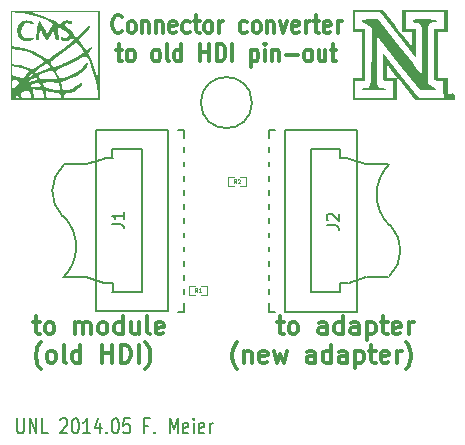
<source format=gto>
G04 (created by PCBNEW (2013-jul-07)-stable) date Wed 07 May 2014 03:49:36 PM CDT*
%MOIN*%
G04 Gerber Fmt 3.4, Leading zero omitted, Abs format*
%FSLAX34Y34*%
G01*
G70*
G90*
G04 APERTURE LIST*
%ADD10C,0.00590551*%
%ADD11C,0.006*%
%ADD12C,0.011811*%
%ADD13C,0.0028*%
%ADD14C,0.0001*%
G04 APERTURE END LIST*
G54D10*
G54D11*
X26880Y-51474D02*
X26880Y-51878D01*
X26899Y-51926D01*
X26918Y-51950D01*
X26956Y-51974D01*
X27032Y-51974D01*
X27070Y-51950D01*
X27089Y-51926D01*
X27108Y-51878D01*
X27108Y-51474D01*
X27299Y-51974D02*
X27299Y-51474D01*
X27527Y-51974D01*
X27527Y-51474D01*
X27908Y-51974D02*
X27718Y-51974D01*
X27718Y-51474D01*
X28327Y-51521D02*
X28346Y-51497D01*
X28384Y-51474D01*
X28480Y-51474D01*
X28518Y-51497D01*
X28537Y-51521D01*
X28556Y-51569D01*
X28556Y-51616D01*
X28537Y-51688D01*
X28308Y-51974D01*
X28556Y-51974D01*
X28803Y-51474D02*
X28841Y-51474D01*
X28880Y-51497D01*
X28899Y-51521D01*
X28918Y-51569D01*
X28937Y-51664D01*
X28937Y-51783D01*
X28918Y-51878D01*
X28899Y-51926D01*
X28880Y-51950D01*
X28841Y-51974D01*
X28803Y-51974D01*
X28765Y-51950D01*
X28746Y-51926D01*
X28727Y-51878D01*
X28708Y-51783D01*
X28708Y-51664D01*
X28727Y-51569D01*
X28746Y-51521D01*
X28765Y-51497D01*
X28803Y-51474D01*
X29318Y-51974D02*
X29089Y-51974D01*
X29203Y-51974D02*
X29203Y-51474D01*
X29165Y-51545D01*
X29127Y-51593D01*
X29089Y-51616D01*
X29660Y-51640D02*
X29660Y-51974D01*
X29565Y-51450D02*
X29470Y-51807D01*
X29718Y-51807D01*
X29870Y-51926D02*
X29889Y-51950D01*
X29870Y-51974D01*
X29851Y-51950D01*
X29870Y-51926D01*
X29870Y-51974D01*
X30137Y-51474D02*
X30175Y-51474D01*
X30213Y-51497D01*
X30232Y-51521D01*
X30251Y-51569D01*
X30270Y-51664D01*
X30270Y-51783D01*
X30251Y-51878D01*
X30232Y-51926D01*
X30213Y-51950D01*
X30175Y-51974D01*
X30137Y-51974D01*
X30099Y-51950D01*
X30080Y-51926D01*
X30060Y-51878D01*
X30041Y-51783D01*
X30041Y-51664D01*
X30060Y-51569D01*
X30080Y-51521D01*
X30099Y-51497D01*
X30137Y-51474D01*
X30632Y-51474D02*
X30441Y-51474D01*
X30422Y-51712D01*
X30441Y-51688D01*
X30480Y-51664D01*
X30575Y-51664D01*
X30613Y-51688D01*
X30632Y-51712D01*
X30651Y-51759D01*
X30651Y-51878D01*
X30632Y-51926D01*
X30613Y-51950D01*
X30575Y-51974D01*
X30480Y-51974D01*
X30441Y-51950D01*
X30422Y-51926D01*
X31260Y-51712D02*
X31127Y-51712D01*
X31127Y-51974D02*
X31127Y-51474D01*
X31318Y-51474D01*
X31470Y-51926D02*
X31489Y-51950D01*
X31470Y-51974D01*
X31451Y-51950D01*
X31470Y-51926D01*
X31470Y-51974D01*
X31965Y-51974D02*
X31965Y-51474D01*
X32099Y-51831D01*
X32232Y-51474D01*
X32232Y-51974D01*
X32575Y-51950D02*
X32537Y-51974D01*
X32460Y-51974D01*
X32422Y-51950D01*
X32403Y-51902D01*
X32403Y-51712D01*
X32422Y-51664D01*
X32460Y-51640D01*
X32537Y-51640D01*
X32575Y-51664D01*
X32594Y-51712D01*
X32594Y-51759D01*
X32403Y-51807D01*
X32765Y-51974D02*
X32765Y-51640D01*
X32765Y-51474D02*
X32746Y-51497D01*
X32765Y-51521D01*
X32784Y-51497D01*
X32765Y-51474D01*
X32765Y-51521D01*
X33108Y-51950D02*
X33070Y-51974D01*
X32994Y-51974D01*
X32956Y-51950D01*
X32937Y-51902D01*
X32937Y-51712D01*
X32956Y-51664D01*
X32994Y-51640D01*
X33070Y-51640D01*
X33108Y-51664D01*
X33127Y-51712D01*
X33127Y-51759D01*
X32937Y-51807D01*
X33299Y-51974D02*
X33299Y-51640D01*
X33299Y-51735D02*
X33318Y-51688D01*
X33337Y-51664D01*
X33375Y-51640D01*
X33413Y-51640D01*
G54D12*
X35545Y-48270D02*
X35770Y-48270D01*
X35629Y-48073D02*
X35629Y-48579D01*
X35658Y-48636D01*
X35714Y-48664D01*
X35770Y-48664D01*
X36051Y-48664D02*
X35995Y-48636D01*
X35967Y-48607D01*
X35939Y-48551D01*
X35939Y-48383D01*
X35967Y-48326D01*
X35995Y-48298D01*
X36051Y-48270D01*
X36136Y-48270D01*
X36192Y-48298D01*
X36220Y-48326D01*
X36248Y-48383D01*
X36248Y-48551D01*
X36220Y-48607D01*
X36192Y-48636D01*
X36136Y-48664D01*
X36051Y-48664D01*
X37204Y-48664D02*
X37204Y-48354D01*
X37176Y-48298D01*
X37120Y-48270D01*
X37007Y-48270D01*
X36951Y-48298D01*
X37204Y-48636D02*
X37148Y-48664D01*
X37007Y-48664D01*
X36951Y-48636D01*
X36923Y-48579D01*
X36923Y-48523D01*
X36951Y-48467D01*
X37007Y-48439D01*
X37148Y-48439D01*
X37204Y-48411D01*
X37739Y-48664D02*
X37739Y-48073D01*
X37739Y-48636D02*
X37682Y-48664D01*
X37570Y-48664D01*
X37514Y-48636D01*
X37485Y-48607D01*
X37457Y-48551D01*
X37457Y-48383D01*
X37485Y-48326D01*
X37514Y-48298D01*
X37570Y-48270D01*
X37682Y-48270D01*
X37739Y-48298D01*
X38273Y-48664D02*
X38273Y-48354D01*
X38245Y-48298D01*
X38188Y-48270D01*
X38076Y-48270D01*
X38020Y-48298D01*
X38273Y-48636D02*
X38217Y-48664D01*
X38076Y-48664D01*
X38020Y-48636D01*
X37992Y-48579D01*
X37992Y-48523D01*
X38020Y-48467D01*
X38076Y-48439D01*
X38217Y-48439D01*
X38273Y-48411D01*
X38554Y-48270D02*
X38554Y-48861D01*
X38554Y-48298D02*
X38610Y-48270D01*
X38723Y-48270D01*
X38779Y-48298D01*
X38807Y-48326D01*
X38835Y-48383D01*
X38835Y-48551D01*
X38807Y-48607D01*
X38779Y-48636D01*
X38723Y-48664D01*
X38610Y-48664D01*
X38554Y-48636D01*
X39004Y-48270D02*
X39229Y-48270D01*
X39088Y-48073D02*
X39088Y-48579D01*
X39116Y-48636D01*
X39173Y-48664D01*
X39229Y-48664D01*
X39651Y-48636D02*
X39595Y-48664D01*
X39482Y-48664D01*
X39426Y-48636D01*
X39398Y-48579D01*
X39398Y-48354D01*
X39426Y-48298D01*
X39482Y-48270D01*
X39595Y-48270D01*
X39651Y-48298D01*
X39679Y-48354D01*
X39679Y-48411D01*
X39398Y-48467D01*
X39932Y-48664D02*
X39932Y-48270D01*
X39932Y-48383D02*
X39960Y-48326D01*
X39988Y-48298D01*
X40044Y-48270D01*
X40101Y-48270D01*
X34223Y-49834D02*
X34195Y-49805D01*
X34139Y-49721D01*
X34111Y-49665D01*
X34083Y-49580D01*
X34055Y-49440D01*
X34055Y-49327D01*
X34083Y-49187D01*
X34111Y-49102D01*
X34139Y-49046D01*
X34195Y-48962D01*
X34223Y-48934D01*
X34448Y-49215D02*
X34448Y-49609D01*
X34448Y-49271D02*
X34476Y-49243D01*
X34533Y-49215D01*
X34617Y-49215D01*
X34673Y-49243D01*
X34701Y-49299D01*
X34701Y-49609D01*
X35208Y-49580D02*
X35151Y-49609D01*
X35039Y-49609D01*
X34983Y-49580D01*
X34955Y-49524D01*
X34955Y-49299D01*
X34983Y-49243D01*
X35039Y-49215D01*
X35151Y-49215D01*
X35208Y-49243D01*
X35236Y-49299D01*
X35236Y-49356D01*
X34955Y-49412D01*
X35433Y-49215D02*
X35545Y-49609D01*
X35658Y-49327D01*
X35770Y-49609D01*
X35883Y-49215D01*
X36811Y-49609D02*
X36811Y-49299D01*
X36782Y-49243D01*
X36726Y-49215D01*
X36614Y-49215D01*
X36557Y-49243D01*
X36811Y-49580D02*
X36754Y-49609D01*
X36614Y-49609D01*
X36557Y-49580D01*
X36529Y-49524D01*
X36529Y-49468D01*
X36557Y-49412D01*
X36614Y-49384D01*
X36754Y-49384D01*
X36811Y-49356D01*
X37345Y-49609D02*
X37345Y-49018D01*
X37345Y-49580D02*
X37289Y-49609D01*
X37176Y-49609D01*
X37120Y-49580D01*
X37092Y-49552D01*
X37064Y-49496D01*
X37064Y-49327D01*
X37092Y-49271D01*
X37120Y-49243D01*
X37176Y-49215D01*
X37289Y-49215D01*
X37345Y-49243D01*
X37879Y-49609D02*
X37879Y-49299D01*
X37851Y-49243D01*
X37795Y-49215D01*
X37682Y-49215D01*
X37626Y-49243D01*
X37879Y-49580D02*
X37823Y-49609D01*
X37682Y-49609D01*
X37626Y-49580D01*
X37598Y-49524D01*
X37598Y-49468D01*
X37626Y-49412D01*
X37682Y-49384D01*
X37823Y-49384D01*
X37879Y-49356D01*
X38160Y-49215D02*
X38160Y-49805D01*
X38160Y-49243D02*
X38217Y-49215D01*
X38329Y-49215D01*
X38385Y-49243D01*
X38413Y-49271D01*
X38442Y-49327D01*
X38442Y-49496D01*
X38413Y-49552D01*
X38385Y-49580D01*
X38329Y-49609D01*
X38217Y-49609D01*
X38160Y-49580D01*
X38610Y-49215D02*
X38835Y-49215D01*
X38695Y-49018D02*
X38695Y-49524D01*
X38723Y-49580D01*
X38779Y-49609D01*
X38835Y-49609D01*
X39257Y-49580D02*
X39201Y-49609D01*
X39088Y-49609D01*
X39032Y-49580D01*
X39004Y-49524D01*
X39004Y-49299D01*
X39032Y-49243D01*
X39088Y-49215D01*
X39201Y-49215D01*
X39257Y-49243D01*
X39285Y-49299D01*
X39285Y-49356D01*
X39004Y-49412D01*
X39538Y-49609D02*
X39538Y-49215D01*
X39538Y-49327D02*
X39566Y-49271D01*
X39595Y-49243D01*
X39651Y-49215D01*
X39707Y-49215D01*
X39848Y-49834D02*
X39876Y-49805D01*
X39932Y-49721D01*
X39960Y-49665D01*
X39988Y-49580D01*
X40016Y-49440D01*
X40016Y-49327D01*
X39988Y-49187D01*
X39960Y-49102D01*
X39932Y-49046D01*
X39876Y-48962D01*
X39848Y-48934D01*
X27418Y-48270D02*
X27643Y-48270D01*
X27502Y-48073D02*
X27502Y-48579D01*
X27530Y-48636D01*
X27587Y-48664D01*
X27643Y-48664D01*
X27924Y-48664D02*
X27868Y-48636D01*
X27840Y-48607D01*
X27812Y-48551D01*
X27812Y-48383D01*
X27840Y-48326D01*
X27868Y-48298D01*
X27924Y-48270D01*
X28008Y-48270D01*
X28065Y-48298D01*
X28093Y-48326D01*
X28121Y-48383D01*
X28121Y-48551D01*
X28093Y-48607D01*
X28065Y-48636D01*
X28008Y-48664D01*
X27924Y-48664D01*
X28824Y-48664D02*
X28824Y-48270D01*
X28824Y-48326D02*
X28852Y-48298D01*
X28908Y-48270D01*
X28993Y-48270D01*
X29049Y-48298D01*
X29077Y-48354D01*
X29077Y-48664D01*
X29077Y-48354D02*
X29105Y-48298D01*
X29161Y-48270D01*
X29246Y-48270D01*
X29302Y-48298D01*
X29330Y-48354D01*
X29330Y-48664D01*
X29696Y-48664D02*
X29640Y-48636D01*
X29611Y-48607D01*
X29583Y-48551D01*
X29583Y-48383D01*
X29611Y-48326D01*
X29640Y-48298D01*
X29696Y-48270D01*
X29780Y-48270D01*
X29836Y-48298D01*
X29865Y-48326D01*
X29893Y-48383D01*
X29893Y-48551D01*
X29865Y-48607D01*
X29836Y-48636D01*
X29780Y-48664D01*
X29696Y-48664D01*
X30399Y-48664D02*
X30399Y-48073D01*
X30399Y-48636D02*
X30343Y-48664D01*
X30230Y-48664D01*
X30174Y-48636D01*
X30146Y-48607D01*
X30118Y-48551D01*
X30118Y-48383D01*
X30146Y-48326D01*
X30174Y-48298D01*
X30230Y-48270D01*
X30343Y-48270D01*
X30399Y-48298D01*
X30933Y-48270D02*
X30933Y-48664D01*
X30680Y-48270D02*
X30680Y-48579D01*
X30708Y-48636D01*
X30764Y-48664D01*
X30849Y-48664D01*
X30905Y-48636D01*
X30933Y-48607D01*
X31299Y-48664D02*
X31242Y-48636D01*
X31214Y-48579D01*
X31214Y-48073D01*
X31749Y-48636D02*
X31692Y-48664D01*
X31580Y-48664D01*
X31524Y-48636D01*
X31496Y-48579D01*
X31496Y-48354D01*
X31524Y-48298D01*
X31580Y-48270D01*
X31692Y-48270D01*
X31749Y-48298D01*
X31777Y-48354D01*
X31777Y-48411D01*
X31496Y-48467D01*
X27671Y-49834D02*
X27643Y-49805D01*
X27587Y-49721D01*
X27559Y-49665D01*
X27530Y-49580D01*
X27502Y-49440D01*
X27502Y-49327D01*
X27530Y-49187D01*
X27559Y-49102D01*
X27587Y-49046D01*
X27643Y-48962D01*
X27671Y-48934D01*
X27980Y-49609D02*
X27924Y-49580D01*
X27896Y-49552D01*
X27868Y-49496D01*
X27868Y-49327D01*
X27896Y-49271D01*
X27924Y-49243D01*
X27980Y-49215D01*
X28065Y-49215D01*
X28121Y-49243D01*
X28149Y-49271D01*
X28177Y-49327D01*
X28177Y-49496D01*
X28149Y-49552D01*
X28121Y-49580D01*
X28065Y-49609D01*
X27980Y-49609D01*
X28515Y-49609D02*
X28458Y-49580D01*
X28430Y-49524D01*
X28430Y-49018D01*
X28993Y-49609D02*
X28993Y-49018D01*
X28993Y-49580D02*
X28937Y-49609D01*
X28824Y-49609D01*
X28768Y-49580D01*
X28740Y-49552D01*
X28712Y-49496D01*
X28712Y-49327D01*
X28740Y-49271D01*
X28768Y-49243D01*
X28824Y-49215D01*
X28937Y-49215D01*
X28993Y-49243D01*
X29724Y-49609D02*
X29724Y-49018D01*
X29724Y-49299D02*
X30061Y-49299D01*
X30061Y-49609D02*
X30061Y-49018D01*
X30343Y-49609D02*
X30343Y-49018D01*
X30483Y-49018D01*
X30568Y-49046D01*
X30624Y-49102D01*
X30652Y-49159D01*
X30680Y-49271D01*
X30680Y-49356D01*
X30652Y-49468D01*
X30624Y-49524D01*
X30568Y-49580D01*
X30483Y-49609D01*
X30343Y-49609D01*
X30933Y-49609D02*
X30933Y-49018D01*
X31158Y-49834D02*
X31186Y-49805D01*
X31242Y-49721D01*
X31271Y-49665D01*
X31299Y-49580D01*
X31327Y-49440D01*
X31327Y-49327D01*
X31299Y-49187D01*
X31271Y-49102D01*
X31242Y-49046D01*
X31186Y-48962D01*
X31158Y-48934D01*
X30373Y-38568D02*
X30348Y-38596D01*
X30275Y-38624D01*
X30226Y-38624D01*
X30153Y-38596D01*
X30104Y-38540D01*
X30080Y-38484D01*
X30056Y-38371D01*
X30056Y-38287D01*
X30080Y-38174D01*
X30104Y-38118D01*
X30153Y-38062D01*
X30226Y-38034D01*
X30275Y-38034D01*
X30348Y-38062D01*
X30373Y-38090D01*
X30665Y-38624D02*
X30616Y-38596D01*
X30592Y-38568D01*
X30568Y-38512D01*
X30568Y-38343D01*
X30592Y-38287D01*
X30616Y-38259D01*
X30665Y-38231D01*
X30738Y-38231D01*
X30787Y-38259D01*
X30811Y-38287D01*
X30836Y-38343D01*
X30836Y-38512D01*
X30811Y-38568D01*
X30787Y-38596D01*
X30738Y-38624D01*
X30665Y-38624D01*
X31055Y-38231D02*
X31055Y-38624D01*
X31055Y-38287D02*
X31079Y-38259D01*
X31128Y-38231D01*
X31201Y-38231D01*
X31250Y-38259D01*
X31274Y-38315D01*
X31274Y-38624D01*
X31518Y-38231D02*
X31518Y-38624D01*
X31518Y-38287D02*
X31542Y-38259D01*
X31591Y-38231D01*
X31664Y-38231D01*
X31713Y-38259D01*
X31737Y-38315D01*
X31737Y-38624D01*
X32176Y-38596D02*
X32127Y-38624D01*
X32030Y-38624D01*
X31981Y-38596D01*
X31957Y-38540D01*
X31957Y-38315D01*
X31981Y-38259D01*
X32030Y-38231D01*
X32127Y-38231D01*
X32176Y-38259D01*
X32200Y-38315D01*
X32200Y-38371D01*
X31957Y-38428D01*
X32639Y-38596D02*
X32590Y-38624D01*
X32493Y-38624D01*
X32444Y-38596D01*
X32420Y-38568D01*
X32395Y-38512D01*
X32395Y-38343D01*
X32420Y-38287D01*
X32444Y-38259D01*
X32493Y-38231D01*
X32590Y-38231D01*
X32639Y-38259D01*
X32785Y-38231D02*
X32980Y-38231D01*
X32859Y-38034D02*
X32859Y-38540D01*
X32883Y-38596D01*
X32932Y-38624D01*
X32980Y-38624D01*
X33224Y-38624D02*
X33175Y-38596D01*
X33151Y-38568D01*
X33127Y-38512D01*
X33127Y-38343D01*
X33151Y-38287D01*
X33175Y-38259D01*
X33224Y-38231D01*
X33297Y-38231D01*
X33346Y-38259D01*
X33370Y-38287D01*
X33395Y-38343D01*
X33395Y-38512D01*
X33370Y-38568D01*
X33346Y-38596D01*
X33297Y-38624D01*
X33224Y-38624D01*
X33614Y-38624D02*
X33614Y-38231D01*
X33614Y-38343D02*
X33638Y-38287D01*
X33663Y-38259D01*
X33712Y-38231D01*
X33760Y-38231D01*
X34540Y-38596D02*
X34491Y-38624D01*
X34394Y-38624D01*
X34345Y-38596D01*
X34321Y-38568D01*
X34296Y-38512D01*
X34296Y-38343D01*
X34321Y-38287D01*
X34345Y-38259D01*
X34394Y-38231D01*
X34491Y-38231D01*
X34540Y-38259D01*
X34833Y-38624D02*
X34784Y-38596D01*
X34760Y-38568D01*
X34735Y-38512D01*
X34735Y-38343D01*
X34760Y-38287D01*
X34784Y-38259D01*
X34833Y-38231D01*
X34906Y-38231D01*
X34955Y-38259D01*
X34979Y-38287D01*
X35003Y-38343D01*
X35003Y-38512D01*
X34979Y-38568D01*
X34955Y-38596D01*
X34906Y-38624D01*
X34833Y-38624D01*
X35223Y-38231D02*
X35223Y-38624D01*
X35223Y-38287D02*
X35247Y-38259D01*
X35296Y-38231D01*
X35369Y-38231D01*
X35418Y-38259D01*
X35442Y-38315D01*
X35442Y-38624D01*
X35637Y-38231D02*
X35759Y-38624D01*
X35881Y-38231D01*
X36271Y-38596D02*
X36222Y-38624D01*
X36124Y-38624D01*
X36076Y-38596D01*
X36051Y-38540D01*
X36051Y-38315D01*
X36076Y-38259D01*
X36124Y-38231D01*
X36222Y-38231D01*
X36271Y-38259D01*
X36295Y-38315D01*
X36295Y-38371D01*
X36051Y-38428D01*
X36514Y-38624D02*
X36514Y-38231D01*
X36514Y-38343D02*
X36539Y-38287D01*
X36563Y-38259D01*
X36612Y-38231D01*
X36661Y-38231D01*
X36758Y-38231D02*
X36953Y-38231D01*
X36831Y-38034D02*
X36831Y-38540D01*
X36856Y-38596D01*
X36904Y-38624D01*
X36953Y-38624D01*
X37319Y-38596D02*
X37270Y-38624D01*
X37172Y-38624D01*
X37124Y-38596D01*
X37099Y-38540D01*
X37099Y-38315D01*
X37124Y-38259D01*
X37172Y-38231D01*
X37270Y-38231D01*
X37319Y-38259D01*
X37343Y-38315D01*
X37343Y-38371D01*
X37099Y-38428D01*
X37562Y-38624D02*
X37562Y-38231D01*
X37562Y-38343D02*
X37587Y-38287D01*
X37611Y-38259D01*
X37660Y-38231D01*
X37709Y-38231D01*
X30190Y-39176D02*
X30385Y-39176D01*
X30263Y-38979D02*
X30263Y-39485D01*
X30287Y-39541D01*
X30336Y-39569D01*
X30385Y-39569D01*
X30628Y-39569D02*
X30580Y-39541D01*
X30555Y-39513D01*
X30531Y-39457D01*
X30531Y-39288D01*
X30555Y-39232D01*
X30580Y-39204D01*
X30628Y-39176D01*
X30702Y-39176D01*
X30750Y-39204D01*
X30775Y-39232D01*
X30799Y-39288D01*
X30799Y-39457D01*
X30775Y-39513D01*
X30750Y-39541D01*
X30702Y-39569D01*
X30628Y-39569D01*
X31482Y-39569D02*
X31433Y-39541D01*
X31408Y-39513D01*
X31384Y-39457D01*
X31384Y-39288D01*
X31408Y-39232D01*
X31433Y-39204D01*
X31482Y-39176D01*
X31555Y-39176D01*
X31603Y-39204D01*
X31628Y-39232D01*
X31652Y-39288D01*
X31652Y-39457D01*
X31628Y-39513D01*
X31603Y-39541D01*
X31555Y-39569D01*
X31482Y-39569D01*
X31945Y-39569D02*
X31896Y-39541D01*
X31871Y-39485D01*
X31871Y-38979D01*
X32359Y-39569D02*
X32359Y-38979D01*
X32359Y-39541D02*
X32310Y-39569D01*
X32213Y-39569D01*
X32164Y-39541D01*
X32140Y-39513D01*
X32115Y-39457D01*
X32115Y-39288D01*
X32140Y-39232D01*
X32164Y-39204D01*
X32213Y-39176D01*
X32310Y-39176D01*
X32359Y-39204D01*
X32993Y-39569D02*
X32993Y-38979D01*
X32993Y-39260D02*
X33285Y-39260D01*
X33285Y-39569D02*
X33285Y-38979D01*
X33529Y-39569D02*
X33529Y-38979D01*
X33651Y-38979D01*
X33724Y-39007D01*
X33772Y-39063D01*
X33797Y-39119D01*
X33821Y-39232D01*
X33821Y-39316D01*
X33797Y-39429D01*
X33772Y-39485D01*
X33724Y-39541D01*
X33651Y-39569D01*
X33529Y-39569D01*
X34041Y-39569D02*
X34041Y-38979D01*
X34674Y-39176D02*
X34674Y-39766D01*
X34674Y-39204D02*
X34723Y-39176D01*
X34820Y-39176D01*
X34869Y-39204D01*
X34894Y-39232D01*
X34918Y-39288D01*
X34918Y-39457D01*
X34894Y-39513D01*
X34869Y-39541D01*
X34820Y-39569D01*
X34723Y-39569D01*
X34674Y-39541D01*
X35137Y-39569D02*
X35137Y-39176D01*
X35137Y-38979D02*
X35113Y-39007D01*
X35137Y-39035D01*
X35162Y-39007D01*
X35137Y-38979D01*
X35137Y-39035D01*
X35381Y-39176D02*
X35381Y-39569D01*
X35381Y-39232D02*
X35405Y-39204D01*
X35454Y-39176D01*
X35527Y-39176D01*
X35576Y-39204D01*
X35600Y-39260D01*
X35600Y-39569D01*
X35844Y-39344D02*
X36234Y-39344D01*
X36551Y-39569D02*
X36502Y-39541D01*
X36478Y-39513D01*
X36453Y-39457D01*
X36453Y-39288D01*
X36478Y-39232D01*
X36502Y-39204D01*
X36551Y-39176D01*
X36624Y-39176D01*
X36673Y-39204D01*
X36697Y-39232D01*
X36721Y-39288D01*
X36721Y-39457D01*
X36697Y-39513D01*
X36673Y-39541D01*
X36624Y-39569D01*
X36551Y-39569D01*
X37160Y-39176D02*
X37160Y-39569D01*
X36941Y-39176D02*
X36941Y-39485D01*
X36965Y-39541D01*
X37014Y-39569D01*
X37087Y-39569D01*
X37136Y-39541D01*
X37160Y-39513D01*
X37331Y-39176D02*
X37526Y-39176D01*
X37404Y-38979D02*
X37404Y-39485D01*
X37428Y-39541D01*
X37477Y-39569D01*
X37526Y-39569D01*
G54D13*
X33013Y-47354D02*
X33213Y-47354D01*
X33213Y-47354D02*
X33213Y-47054D01*
X33213Y-47054D02*
X33013Y-47054D01*
X32813Y-47354D02*
X32613Y-47354D01*
X32613Y-47354D02*
X32613Y-47054D01*
X32613Y-47054D02*
X32813Y-47054D01*
X34112Y-43432D02*
X33912Y-43432D01*
X33912Y-43432D02*
X33912Y-43732D01*
X33912Y-43732D02*
X34112Y-43732D01*
X34312Y-43432D02*
X34512Y-43432D01*
X34512Y-43432D02*
X34512Y-43732D01*
X34512Y-43732D02*
X34312Y-43732D01*
G54D10*
X32440Y-45433D02*
X32440Y-45275D01*
X32440Y-45905D02*
X32440Y-45748D01*
X32440Y-46377D02*
X32440Y-46220D01*
X32440Y-46850D02*
X32440Y-46692D01*
X32440Y-47322D02*
X32440Y-47165D01*
X32440Y-47913D02*
X32440Y-47637D01*
X32440Y-42125D02*
X32440Y-41850D01*
X32440Y-42598D02*
X32440Y-42440D01*
X32440Y-43070D02*
X32440Y-42913D01*
X32440Y-47913D02*
X32244Y-47913D01*
X32440Y-41850D02*
X32244Y-41850D01*
X32440Y-43543D02*
X32440Y-43385D01*
X32440Y-44015D02*
X32440Y-43858D01*
X32440Y-44488D02*
X32440Y-44330D01*
X32440Y-44960D02*
X32440Y-44803D01*
X28424Y-43031D02*
G75*
G03X28386Y-44724I827J-865D01*
G74*
G01*
X28425Y-46771D02*
G75*
G03X28425Y-44724I-1023J1023D01*
G74*
G01*
X31043Y-42503D02*
X30059Y-42503D01*
X30059Y-42507D02*
X30059Y-42799D01*
X29791Y-42799D02*
X30062Y-42799D01*
X29763Y-42811D02*
X29188Y-43003D01*
X29185Y-43003D02*
X28460Y-43003D01*
X29763Y-46952D02*
X29188Y-46759D01*
X29188Y-46759D02*
X28464Y-46759D01*
X30062Y-47255D02*
X30062Y-46964D01*
X29791Y-46964D02*
X30062Y-46964D01*
X30059Y-47259D02*
X31043Y-47259D01*
X31051Y-47259D02*
X31051Y-42507D01*
X31909Y-47893D02*
X31909Y-41850D01*
X31909Y-41850D02*
X29507Y-41850D01*
X29507Y-41850D02*
X29507Y-47893D01*
X29507Y-47893D02*
X31909Y-47893D01*
X35275Y-44330D02*
X35275Y-44488D01*
X35275Y-43858D02*
X35275Y-44015D01*
X35275Y-43385D02*
X35275Y-43543D01*
X35275Y-42913D02*
X35275Y-43070D01*
X35275Y-42440D02*
X35275Y-42598D01*
X35275Y-41850D02*
X35275Y-42125D01*
X35275Y-47637D02*
X35275Y-47913D01*
X35275Y-47165D02*
X35275Y-47322D01*
X35275Y-46692D02*
X35275Y-46850D01*
X35275Y-41850D02*
X35472Y-41850D01*
X35275Y-47913D02*
X35472Y-47913D01*
X35275Y-46220D02*
X35275Y-46377D01*
X35275Y-45748D02*
X35275Y-45905D01*
X35275Y-45275D02*
X35275Y-45433D01*
X35275Y-44803D02*
X35275Y-44960D01*
X39291Y-46731D02*
G75*
G03X39330Y-45038I-827J865D01*
G74*
G01*
X39291Y-42992D02*
G75*
G03X39291Y-45039I1023J-1023D01*
G74*
G01*
X36673Y-47259D02*
X37657Y-47259D01*
X37657Y-47255D02*
X37657Y-46964D01*
X37925Y-46964D02*
X37653Y-46964D01*
X37952Y-46952D02*
X38527Y-46759D01*
X38531Y-46759D02*
X39255Y-46759D01*
X37952Y-42811D02*
X38527Y-43003D01*
X38527Y-43003D02*
X39251Y-43003D01*
X37653Y-42507D02*
X37653Y-42799D01*
X37925Y-42799D02*
X37653Y-42799D01*
X37657Y-42503D02*
X36673Y-42503D01*
X36665Y-42503D02*
X36665Y-47255D01*
X35807Y-41870D02*
X35807Y-47913D01*
X35807Y-47913D02*
X38208Y-47913D01*
X38208Y-47913D02*
X38208Y-41870D01*
X38208Y-41870D02*
X35807Y-41870D01*
G54D14*
G36*
X41463Y-40870D02*
X41098Y-40869D01*
X41098Y-40803D01*
X41089Y-40511D01*
X41079Y-40220D01*
X40921Y-40209D01*
X40763Y-40199D01*
X40763Y-39351D01*
X40763Y-38503D01*
X40929Y-38503D01*
X41096Y-38503D01*
X41096Y-38220D01*
X41096Y-37936D01*
X40463Y-37936D01*
X39829Y-37936D01*
X39829Y-38220D01*
X39829Y-38503D01*
X39996Y-38503D01*
X40163Y-38503D01*
X40163Y-38974D01*
X40163Y-39445D01*
X39563Y-38691D01*
X38964Y-37936D01*
X38546Y-37936D01*
X38129Y-37936D01*
X38129Y-38220D01*
X38129Y-38503D01*
X38296Y-38503D01*
X38463Y-38503D01*
X38463Y-39370D01*
X38463Y-40236D01*
X38296Y-40236D01*
X38129Y-40236D01*
X38129Y-40520D01*
X38129Y-40803D01*
X38763Y-40803D01*
X39396Y-40803D01*
X39396Y-40520D01*
X39396Y-40236D01*
X39245Y-40236D01*
X39139Y-40227D01*
X39082Y-40200D01*
X39077Y-40193D01*
X39071Y-40144D01*
X39068Y-40044D01*
X39067Y-39904D01*
X39069Y-39741D01*
X39070Y-39720D01*
X39079Y-39291D01*
X39677Y-40047D01*
X40275Y-40803D01*
X40687Y-40803D01*
X41098Y-40803D01*
X41098Y-40869D01*
X40804Y-40869D01*
X40146Y-40868D01*
X39929Y-40583D01*
X39817Y-40436D01*
X39697Y-40280D01*
X39575Y-40124D01*
X39460Y-39977D01*
X39359Y-39850D01*
X39281Y-39753D01*
X39234Y-39696D01*
X39227Y-39688D01*
X39210Y-39700D01*
X39200Y-39772D01*
X39196Y-39896D01*
X39196Y-40136D01*
X39363Y-40136D01*
X39529Y-40136D01*
X39529Y-40503D01*
X39529Y-40870D01*
X38796Y-40870D01*
X38063Y-40870D01*
X38063Y-40503D01*
X38063Y-40136D01*
X38213Y-40136D01*
X38363Y-40136D01*
X38363Y-39370D01*
X38363Y-38603D01*
X38213Y-38603D01*
X38063Y-38603D01*
X38063Y-38236D01*
X38063Y-37870D01*
X38573Y-37870D01*
X39084Y-37870D01*
X39465Y-38352D01*
X39593Y-38515D01*
X39714Y-38669D01*
X39818Y-38802D01*
X39897Y-38904D01*
X39937Y-38957D01*
X40029Y-39080D01*
X40029Y-38842D01*
X40029Y-38603D01*
X39863Y-38603D01*
X39696Y-38603D01*
X39696Y-38236D01*
X39696Y-37870D01*
X40463Y-37870D01*
X41229Y-37870D01*
X41229Y-38236D01*
X41229Y-38603D01*
X41063Y-38603D01*
X40896Y-38603D01*
X40896Y-39370D01*
X40896Y-40136D01*
X41063Y-40136D01*
X41229Y-40136D01*
X41229Y-40396D01*
X41229Y-40656D01*
X41346Y-40642D01*
X41423Y-40638D01*
X41455Y-40659D01*
X41462Y-40726D01*
X41463Y-40749D01*
X41463Y-40870D01*
X41463Y-40870D01*
X41463Y-40870D01*
G37*
G36*
X40863Y-38220D02*
X40833Y-38259D01*
X40765Y-38270D01*
X40709Y-38271D01*
X40665Y-38280D01*
X40630Y-38303D01*
X40604Y-38346D01*
X40586Y-38418D01*
X40574Y-38524D01*
X40567Y-38672D01*
X40564Y-38868D01*
X40563Y-39118D01*
X40563Y-39336D01*
X40563Y-40298D01*
X40649Y-40366D01*
X40729Y-40420D01*
X40799Y-40454D01*
X40859Y-40482D01*
X40857Y-40506D01*
X40797Y-40524D01*
X40684Y-40534D01*
X40585Y-40536D01*
X40308Y-40536D01*
X39594Y-39633D01*
X38879Y-38729D01*
X38870Y-39538D01*
X38868Y-39811D01*
X38868Y-40025D01*
X38873Y-40187D01*
X38884Y-40304D01*
X38903Y-40383D01*
X38931Y-40432D01*
X38969Y-40458D01*
X39019Y-40468D01*
X39068Y-40470D01*
X39136Y-40480D01*
X39163Y-40503D01*
X39130Y-40517D01*
X39039Y-40528D01*
X38897Y-40535D01*
X38763Y-40536D01*
X38587Y-40533D01*
X38457Y-40526D01*
X38380Y-40514D01*
X38363Y-40503D01*
X38391Y-40478D01*
X38454Y-40469D01*
X38520Y-40465D01*
X38572Y-40449D01*
X38613Y-40416D01*
X38644Y-40357D01*
X38666Y-40267D01*
X38681Y-40139D01*
X38690Y-39966D01*
X38694Y-39743D01*
X38696Y-39461D01*
X38696Y-39349D01*
X38696Y-38466D01*
X38615Y-38386D01*
X38533Y-38322D01*
X38449Y-38284D01*
X38385Y-38253D01*
X38363Y-38216D01*
X38378Y-38192D01*
X38431Y-38178D01*
X38533Y-38171D01*
X38638Y-38170D01*
X38913Y-38170D01*
X39611Y-39055D01*
X39778Y-39266D01*
X39934Y-39462D01*
X40072Y-39635D01*
X40189Y-39779D01*
X40278Y-39888D01*
X40335Y-39956D01*
X40353Y-39975D01*
X40367Y-39976D01*
X40377Y-39947D01*
X40385Y-39883D01*
X40391Y-39777D01*
X40394Y-39621D01*
X40395Y-39410D01*
X40395Y-39232D01*
X40394Y-38957D01*
X40391Y-38741D01*
X40384Y-38578D01*
X40371Y-38459D01*
X40351Y-38377D01*
X40322Y-38325D01*
X40283Y-38295D01*
X40231Y-38281D01*
X40187Y-38276D01*
X40094Y-38256D01*
X40063Y-38218D01*
X40063Y-38217D01*
X40074Y-38197D01*
X40115Y-38183D01*
X40195Y-38174D01*
X40325Y-38170D01*
X40463Y-38170D01*
X40635Y-38171D01*
X40751Y-38175D01*
X40821Y-38185D01*
X40855Y-38200D01*
X40863Y-38220D01*
X40863Y-38220D01*
X40863Y-38220D01*
G37*
G36*
X29649Y-40870D02*
X29591Y-40870D01*
X29591Y-39069D01*
X29591Y-38814D01*
X29589Y-38611D01*
X29579Y-37936D01*
X28472Y-37938D01*
X27365Y-37939D01*
X27599Y-38017D01*
X27743Y-38067D01*
X27887Y-38122D01*
X27990Y-38164D01*
X28079Y-38199D01*
X28136Y-38215D01*
X28149Y-38212D01*
X28168Y-38217D01*
X28214Y-38261D01*
X28216Y-38263D01*
X28280Y-38322D01*
X28327Y-38328D01*
X28381Y-38281D01*
X28391Y-38270D01*
X28459Y-38224D01*
X28550Y-38203D01*
X28637Y-38208D01*
X28696Y-38240D01*
X28704Y-38254D01*
X28709Y-38315D01*
X28670Y-38332D01*
X28612Y-38309D01*
X28537Y-38283D01*
X28492Y-38315D01*
X28482Y-38371D01*
X28514Y-38434D01*
X28599Y-38484D01*
X28681Y-38531D01*
X28731Y-38584D01*
X28735Y-38593D01*
X28783Y-38707D01*
X28836Y-38760D01*
X28838Y-38761D01*
X28876Y-38744D01*
X28946Y-38688D01*
X29037Y-38605D01*
X29078Y-38565D01*
X29191Y-38458D01*
X29267Y-38400D01*
X29311Y-38388D01*
X29319Y-38393D01*
X29320Y-38430D01*
X29277Y-38497D01*
X29186Y-38600D01*
X29151Y-38636D01*
X29060Y-38731D01*
X28990Y-38807D01*
X28952Y-38853D01*
X28949Y-38860D01*
X28967Y-38894D01*
X29014Y-38965D01*
X29069Y-39042D01*
X29137Y-39131D01*
X29181Y-39173D01*
X29214Y-39177D01*
X29247Y-39154D01*
X29309Y-39114D01*
X29362Y-39104D01*
X29382Y-39126D01*
X29361Y-39164D01*
X29316Y-39219D01*
X29250Y-39289D01*
X29365Y-39554D01*
X29425Y-39701D01*
X29479Y-39848D01*
X29518Y-39969D01*
X29522Y-39986D01*
X29540Y-40052D01*
X29552Y-40085D01*
X29561Y-40079D01*
X29568Y-40028D01*
X29574Y-39925D01*
X29580Y-39762D01*
X29582Y-39720D01*
X29587Y-39542D01*
X29590Y-39318D01*
X29591Y-39069D01*
X29591Y-40870D01*
X29590Y-40870D01*
X29590Y-40803D01*
X29566Y-40585D01*
X29541Y-40420D01*
X29502Y-40234D01*
X29451Y-40040D01*
X29394Y-39850D01*
X29333Y-39676D01*
X29275Y-39533D01*
X29221Y-39431D01*
X29182Y-39386D01*
X29140Y-39393D01*
X29101Y-39412D01*
X29101Y-39279D01*
X29093Y-39235D01*
X29049Y-39159D01*
X29014Y-39105D01*
X28948Y-39016D01*
X28895Y-38955D01*
X28869Y-38936D01*
X28831Y-38956D01*
X28772Y-38996D01*
X28772Y-38824D01*
X28769Y-38808D01*
X28735Y-38792D01*
X28674Y-38823D01*
X28658Y-38836D01*
X28562Y-38888D01*
X28467Y-38901D01*
X28391Y-38878D01*
X28351Y-38821D01*
X28349Y-38799D01*
X28356Y-38747D01*
X28387Y-38743D01*
X28445Y-38775D01*
X28524Y-38798D01*
X28588Y-38772D01*
X28615Y-38706D01*
X28615Y-38705D01*
X28582Y-38637D01*
X28482Y-38570D01*
X28402Y-38523D01*
X28354Y-38484D01*
X28349Y-38472D01*
X28322Y-38437D01*
X28294Y-38422D01*
X28266Y-38418D01*
X28252Y-38441D01*
X28250Y-38504D01*
X28259Y-38620D01*
X28261Y-38635D01*
X28270Y-38758D01*
X28270Y-38828D01*
X28256Y-38861D01*
X28228Y-38869D01*
X28221Y-38870D01*
X28183Y-38856D01*
X28155Y-38806D01*
X28132Y-38705D01*
X28128Y-38678D01*
X28096Y-38486D01*
X27999Y-38678D01*
X27945Y-38776D01*
X27900Y-38845D01*
X27875Y-38870D01*
X27847Y-38842D01*
X27802Y-38770D01*
X27757Y-38684D01*
X27706Y-38585D01*
X27676Y-38540D01*
X27657Y-38541D01*
X27644Y-38575D01*
X27627Y-38666D01*
X27618Y-38761D01*
X27601Y-38834D01*
X27567Y-38871D01*
X27533Y-38865D01*
X27515Y-38809D01*
X27515Y-38801D01*
X27521Y-38714D01*
X27535Y-38598D01*
X27556Y-38471D01*
X27578Y-38353D01*
X27600Y-38264D01*
X27616Y-38224D01*
X27644Y-38234D01*
X27689Y-38292D01*
X27727Y-38357D01*
X27783Y-38462D01*
X27835Y-38549D01*
X27857Y-38582D01*
X27887Y-38614D01*
X27913Y-38611D01*
X27949Y-38563D01*
X27993Y-38487D01*
X28042Y-38396D01*
X28074Y-38332D01*
X28082Y-38313D01*
X28054Y-38293D01*
X27980Y-38255D01*
X27877Y-38206D01*
X27869Y-38202D01*
X27623Y-38107D01*
X27343Y-38026D01*
X27065Y-37967D01*
X26927Y-37949D01*
X26715Y-37927D01*
X26715Y-38497D01*
X26715Y-39066D01*
X26840Y-39087D01*
X27100Y-39136D01*
X27311Y-39194D01*
X27492Y-39267D01*
X27660Y-39362D01*
X27715Y-39399D01*
X27805Y-39456D01*
X27874Y-39493D01*
X27899Y-39502D01*
X27938Y-39483D01*
X28018Y-39433D01*
X28126Y-39360D01*
X28220Y-39294D01*
X28426Y-39142D01*
X28581Y-39023D01*
X28687Y-38933D01*
X28749Y-38868D01*
X28772Y-38824D01*
X28772Y-38996D01*
X28756Y-39008D01*
X28657Y-39083D01*
X28619Y-39113D01*
X28486Y-39218D01*
X28344Y-39325D01*
X28222Y-39414D01*
X28215Y-39419D01*
X28118Y-39488D01*
X28041Y-39543D01*
X28004Y-39572D01*
X28003Y-39609D01*
X28028Y-39673D01*
X28064Y-39735D01*
X28097Y-39769D01*
X28101Y-39770D01*
X28136Y-39759D01*
X28218Y-39730D01*
X28332Y-39690D01*
X28381Y-39672D01*
X28620Y-39572D01*
X28865Y-39440D01*
X29080Y-39306D01*
X29101Y-39279D01*
X29101Y-39412D01*
X29066Y-39430D01*
X29026Y-39455D01*
X28845Y-39565D01*
X28631Y-39674D01*
X28414Y-39767D01*
X28357Y-39788D01*
X28261Y-39826D01*
X28197Y-39859D01*
X28182Y-39875D01*
X28195Y-39919D01*
X28228Y-39997D01*
X28239Y-40021D01*
X28283Y-40099D01*
X28327Y-40129D01*
X28396Y-40126D01*
X28405Y-40125D01*
X28598Y-40070D01*
X28797Y-39973D01*
X28975Y-39849D01*
X29064Y-39764D01*
X29153Y-39667D01*
X29209Y-39618D01*
X29238Y-39611D01*
X29248Y-39644D01*
X29249Y-39664D01*
X29219Y-39749D01*
X29137Y-39847D01*
X29015Y-39949D01*
X28863Y-40047D01*
X28694Y-40132D01*
X28540Y-40189D01*
X28348Y-40249D01*
X28369Y-40367D01*
X28390Y-40466D01*
X28418Y-40516D01*
X28468Y-40534D01*
X28535Y-40536D01*
X28705Y-40504D01*
X28860Y-40407D01*
X28913Y-40356D01*
X28974Y-40298D01*
X29017Y-40270D01*
X29021Y-40270D01*
X29049Y-40290D01*
X29034Y-40344D01*
X28980Y-40419D01*
X28940Y-40461D01*
X28780Y-40579D01*
X28610Y-40632D01*
X28546Y-40636D01*
X28476Y-40646D01*
X28451Y-40685D01*
X28449Y-40720D01*
X28449Y-40803D01*
X29019Y-40803D01*
X29590Y-40803D01*
X29590Y-40870D01*
X28349Y-40870D01*
X28349Y-40723D01*
X28325Y-40652D01*
X28312Y-40645D01*
X28312Y-40501D01*
X28307Y-40455D01*
X28303Y-40432D01*
X28288Y-40350D01*
X28282Y-40299D01*
X28251Y-40285D01*
X28215Y-40280D01*
X28215Y-40152D01*
X28202Y-40115D01*
X28169Y-40045D01*
X28130Y-39966D01*
X28094Y-39900D01*
X28073Y-39870D01*
X28033Y-39880D01*
X27981Y-39896D01*
X27981Y-39773D01*
X27962Y-39734D01*
X27932Y-39690D01*
X27905Y-39660D01*
X27874Y-39653D01*
X27824Y-39671D01*
X27780Y-39697D01*
X27780Y-39561D01*
X27780Y-39560D01*
X27754Y-39525D01*
X27681Y-39472D01*
X27578Y-39409D01*
X27459Y-39345D01*
X27339Y-39289D01*
X27288Y-39268D01*
X27145Y-39225D01*
X26985Y-39191D01*
X26912Y-39181D01*
X26715Y-39160D01*
X26715Y-39410D01*
X26715Y-39660D01*
X26874Y-39679D01*
X27007Y-39706D01*
X27147Y-39750D01*
X27182Y-39765D01*
X27274Y-39804D01*
X27339Y-39829D01*
X27355Y-39834D01*
X27393Y-39819D01*
X27471Y-39776D01*
X27572Y-39715D01*
X27579Y-39711D01*
X27678Y-39646D01*
X27750Y-39593D01*
X27780Y-39561D01*
X27780Y-39697D01*
X27742Y-39720D01*
X27667Y-39768D01*
X27567Y-39839D01*
X27496Y-39899D01*
X27468Y-39937D01*
X27469Y-39942D01*
X27511Y-39958D01*
X27544Y-39951D01*
X27604Y-39928D01*
X27703Y-39892D01*
X27790Y-39861D01*
X27891Y-39822D01*
X27960Y-39790D01*
X27981Y-39773D01*
X27981Y-39896D01*
X27952Y-39905D01*
X27852Y-39937D01*
X27754Y-39970D01*
X27680Y-39996D01*
X27672Y-39999D01*
X27610Y-40031D01*
X27600Y-40070D01*
X27615Y-40103D01*
X27640Y-40136D01*
X27682Y-40156D01*
X27756Y-40166D01*
X27876Y-40169D01*
X27933Y-40170D01*
X28061Y-40168D01*
X28158Y-40162D01*
X28210Y-40155D01*
X28215Y-40152D01*
X28215Y-40280D01*
X28170Y-40275D01*
X28053Y-40270D01*
X28015Y-40270D01*
X27870Y-40273D01*
X27784Y-40284D01*
X27750Y-40305D01*
X27749Y-40311D01*
X27766Y-40375D01*
X27821Y-40423D01*
X27925Y-40462D01*
X28018Y-40484D01*
X28161Y-40515D01*
X28250Y-40529D01*
X28297Y-40525D01*
X28312Y-40501D01*
X28312Y-40645D01*
X28274Y-40626D01*
X28191Y-40609D01*
X28085Y-40592D01*
X27978Y-40577D01*
X27892Y-40567D01*
X27849Y-40566D01*
X27841Y-40599D01*
X27844Y-40667D01*
X27856Y-40738D01*
X27870Y-40778D01*
X27909Y-40790D01*
X27996Y-40799D01*
X28112Y-40803D01*
X28117Y-40803D01*
X28238Y-40801D01*
X28308Y-40794D01*
X28339Y-40776D01*
X28348Y-40741D01*
X28349Y-40723D01*
X28349Y-40870D01*
X28165Y-40870D01*
X27791Y-40870D01*
X27791Y-40803D01*
X27771Y-40682D01*
X27754Y-40598D01*
X27737Y-40548D01*
X27735Y-40545D01*
X27695Y-40532D01*
X27681Y-40529D01*
X27681Y-40391D01*
X27656Y-40312D01*
X27588Y-40282D01*
X27549Y-40286D01*
X27549Y-40149D01*
X27530Y-40109D01*
X27471Y-40115D01*
X27415Y-40143D01*
X27415Y-39995D01*
X27397Y-39970D01*
X27345Y-39996D01*
X27294Y-40043D01*
X27294Y-39904D01*
X27145Y-39838D01*
X27020Y-39792D01*
X26890Y-39757D01*
X26855Y-39750D01*
X26715Y-39728D01*
X26715Y-39899D01*
X26717Y-39999D01*
X26730Y-40050D01*
X26763Y-40068D01*
X26807Y-40070D01*
X26894Y-40082D01*
X26949Y-40103D01*
X27008Y-40130D01*
X27063Y-40121D01*
X27132Y-40069D01*
X27181Y-40020D01*
X27294Y-39904D01*
X27294Y-40043D01*
X27264Y-40072D01*
X27263Y-40074D01*
X27165Y-40178D01*
X27290Y-40099D01*
X27365Y-40046D01*
X27410Y-40004D01*
X27415Y-39995D01*
X27415Y-40143D01*
X27368Y-40168D01*
X27361Y-40172D01*
X27283Y-40225D01*
X27251Y-40259D01*
X27267Y-40266D01*
X27307Y-40254D01*
X27384Y-40230D01*
X27457Y-40213D01*
X27523Y-40185D01*
X27549Y-40149D01*
X27549Y-40286D01*
X27529Y-40289D01*
X27414Y-40324D01*
X27344Y-40363D01*
X27330Y-40399D01*
X27330Y-40401D01*
X27372Y-40419D01*
X27450Y-40428D01*
X27543Y-40427D01*
X27626Y-40418D01*
X27676Y-40400D01*
X27681Y-40391D01*
X27681Y-40529D01*
X27612Y-40517D01*
X27562Y-40511D01*
X27405Y-40493D01*
X27427Y-40602D01*
X27442Y-40692D01*
X27448Y-40756D01*
X27449Y-40757D01*
X27471Y-40786D01*
X27545Y-40801D01*
X27620Y-40803D01*
X27791Y-40803D01*
X27791Y-40870D01*
X27357Y-40870D01*
X27357Y-40803D01*
X27335Y-40696D01*
X27308Y-40599D01*
X27266Y-40557D01*
X27209Y-40558D01*
X27209Y-40457D01*
X27204Y-40447D01*
X27164Y-40443D01*
X27160Y-40447D01*
X27164Y-40467D01*
X27182Y-40470D01*
X27209Y-40457D01*
X27209Y-40558D01*
X27190Y-40559D01*
X27140Y-40571D01*
X27045Y-40603D01*
X27004Y-40638D01*
X27006Y-40692D01*
X27018Y-40728D01*
X27047Y-40775D01*
X27100Y-40797D01*
X27198Y-40803D01*
X27202Y-40803D01*
X27357Y-40803D01*
X27357Y-40870D01*
X26949Y-40870D01*
X26949Y-40753D01*
X26948Y-40751D01*
X26948Y-40248D01*
X26919Y-40213D01*
X26849Y-40183D01*
X26760Y-40170D01*
X26757Y-40170D01*
X26733Y-40199D01*
X26719Y-40269D01*
X26714Y-40356D01*
X26721Y-40436D01*
X26739Y-40483D01*
X26771Y-40474D01*
X26824Y-40428D01*
X26882Y-40363D01*
X26929Y-40297D01*
X26948Y-40248D01*
X26948Y-40751D01*
X26922Y-40709D01*
X26899Y-40703D01*
X26853Y-40723D01*
X26861Y-40769D01*
X26871Y-40781D01*
X26920Y-40802D01*
X26947Y-40767D01*
X26949Y-40753D01*
X26949Y-40870D01*
X26749Y-40870D01*
X26749Y-40586D01*
X26732Y-40570D01*
X26715Y-40586D01*
X26732Y-40603D01*
X26749Y-40586D01*
X26749Y-40870D01*
X26682Y-40870D01*
X26682Y-39386D01*
X26682Y-37903D01*
X28165Y-37903D01*
X29649Y-37903D01*
X29649Y-39386D01*
X29649Y-40870D01*
X29649Y-40870D01*
X29649Y-40870D01*
G37*
G36*
X27446Y-38803D02*
X27432Y-38836D01*
X27384Y-38868D01*
X27264Y-38899D01*
X27127Y-38885D01*
X27041Y-38851D01*
X26946Y-38777D01*
X26896Y-38676D01*
X26882Y-38536D01*
X26896Y-38424D01*
X26947Y-38335D01*
X26981Y-38298D01*
X27048Y-38239D01*
X27113Y-38212D01*
X27204Y-38207D01*
X27256Y-38209D01*
X27363Y-38220D01*
X27420Y-38242D01*
X27443Y-38279D01*
X27443Y-38283D01*
X27441Y-38327D01*
X27399Y-38322D01*
X27394Y-38320D01*
X27276Y-38282D01*
X27190Y-38286D01*
X27114Y-38334D01*
X27100Y-38348D01*
X27032Y-38456D01*
X27015Y-38579D01*
X27050Y-38694D01*
X27086Y-38740D01*
X27145Y-38785D01*
X27217Y-38798D01*
X27302Y-38791D01*
X27401Y-38786D01*
X27446Y-38803D01*
X27446Y-38803D01*
X27446Y-38803D01*
G37*
G54D10*
X34708Y-40944D02*
G75*
G03X34708Y-40944I-850J0D01*
G74*
G01*
G54D13*
X32893Y-47260D02*
X32853Y-47194D01*
X32824Y-47260D02*
X32824Y-47122D01*
X32870Y-47122D01*
X32881Y-47129D01*
X32887Y-47135D01*
X32893Y-47148D01*
X32893Y-47168D01*
X32887Y-47181D01*
X32881Y-47188D01*
X32870Y-47194D01*
X32824Y-47194D01*
X33007Y-47260D02*
X32939Y-47260D01*
X32973Y-47260D02*
X32973Y-47122D01*
X32961Y-47142D01*
X32950Y-47155D01*
X32939Y-47162D01*
X34192Y-43638D02*
X34152Y-43572D01*
X34124Y-43638D02*
X34124Y-43500D01*
X34169Y-43500D01*
X34181Y-43507D01*
X34186Y-43513D01*
X34192Y-43526D01*
X34192Y-43546D01*
X34186Y-43559D01*
X34181Y-43566D01*
X34169Y-43572D01*
X34124Y-43572D01*
X34238Y-43513D02*
X34244Y-43507D01*
X34255Y-43500D01*
X34284Y-43500D01*
X34295Y-43507D01*
X34301Y-43513D01*
X34306Y-43526D01*
X34306Y-43539D01*
X34301Y-43559D01*
X34232Y-43638D01*
X34306Y-43638D01*
G54D10*
X30041Y-44989D02*
X30322Y-44989D01*
X30378Y-45008D01*
X30416Y-45045D01*
X30434Y-45101D01*
X30434Y-45139D01*
X30434Y-44595D02*
X30434Y-44820D01*
X30434Y-44708D02*
X30041Y-44708D01*
X30097Y-44745D01*
X30134Y-44783D01*
X30153Y-44820D01*
X37206Y-45036D02*
X37487Y-45036D01*
X37544Y-45055D01*
X37581Y-45092D01*
X37600Y-45149D01*
X37600Y-45186D01*
X37244Y-44868D02*
X37225Y-44849D01*
X37206Y-44811D01*
X37206Y-44718D01*
X37225Y-44680D01*
X37244Y-44661D01*
X37281Y-44643D01*
X37319Y-44643D01*
X37375Y-44661D01*
X37600Y-44886D01*
X37600Y-44643D01*
M02*

</source>
